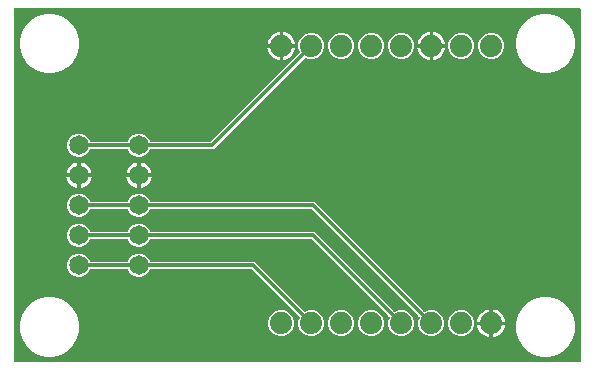
<source format=gbr>
G04 EAGLE Gerber RS-274X export*
G75*
%MOMM*%
%FSLAX34Y34*%
%LPD*%
%INTop Copper*%
%IPPOS*%
%AMOC8*
5,1,8,0,0,1.08239X$1,22.5*%
G01*
%ADD10C,1.879600*%
%ADD11C,1.650000*%
%ADD12C,0.304800*%

G36*
X489098Y10164D02*
X489098Y10164D01*
X489117Y10162D01*
X489219Y10184D01*
X489321Y10200D01*
X489338Y10210D01*
X489358Y10214D01*
X489447Y10267D01*
X489538Y10316D01*
X489552Y10330D01*
X489569Y10340D01*
X489636Y10419D01*
X489708Y10494D01*
X489716Y10512D01*
X489729Y10527D01*
X489768Y10623D01*
X489811Y10717D01*
X489813Y10737D01*
X489821Y10755D01*
X489839Y10922D01*
X489839Y309078D01*
X489836Y309098D01*
X489838Y309117D01*
X489816Y309219D01*
X489800Y309321D01*
X489790Y309338D01*
X489786Y309358D01*
X489733Y309447D01*
X489684Y309538D01*
X489670Y309552D01*
X489660Y309569D01*
X489581Y309636D01*
X489506Y309708D01*
X489488Y309716D01*
X489473Y309729D01*
X489377Y309768D01*
X489283Y309811D01*
X489263Y309813D01*
X489245Y309821D01*
X489078Y309839D01*
X10922Y309839D01*
X10902Y309836D01*
X10883Y309838D01*
X10781Y309816D01*
X10679Y309800D01*
X10662Y309790D01*
X10642Y309786D01*
X10553Y309733D01*
X10462Y309684D01*
X10448Y309670D01*
X10431Y309660D01*
X10364Y309581D01*
X10292Y309506D01*
X10284Y309488D01*
X10271Y309473D01*
X10232Y309377D01*
X10189Y309283D01*
X10187Y309263D01*
X10179Y309245D01*
X10161Y309078D01*
X10161Y10922D01*
X10164Y10902D01*
X10162Y10883D01*
X10184Y10781D01*
X10200Y10679D01*
X10210Y10662D01*
X10214Y10642D01*
X10267Y10553D01*
X10316Y10462D01*
X10330Y10448D01*
X10340Y10431D01*
X10419Y10364D01*
X10494Y10292D01*
X10512Y10284D01*
X10527Y10271D01*
X10623Y10232D01*
X10717Y10189D01*
X10737Y10187D01*
X10755Y10179D01*
X10922Y10161D01*
X489078Y10161D01*
X489098Y10164D01*
G37*
%LPC*%
G36*
X361027Y32077D02*
X361027Y32077D01*
X357013Y33740D01*
X353940Y36813D01*
X352277Y40827D01*
X352277Y45173D01*
X353383Y47841D01*
X353409Y47955D01*
X353438Y48068D01*
X353437Y48075D01*
X353439Y48081D01*
X353428Y48197D01*
X353419Y48314D01*
X353416Y48319D01*
X353416Y48326D01*
X353368Y48433D01*
X353322Y48540D01*
X353318Y48546D01*
X353316Y48550D01*
X353303Y48564D01*
X353218Y48671D01*
X262160Y139728D01*
X262086Y139781D01*
X262017Y139841D01*
X261987Y139853D01*
X261960Y139872D01*
X261873Y139899D01*
X261789Y139933D01*
X261748Y139937D01*
X261725Y139944D01*
X261693Y139943D01*
X261622Y139951D01*
X125626Y139951D01*
X125511Y139932D01*
X125395Y139915D01*
X125389Y139913D01*
X125383Y139912D01*
X125281Y139857D01*
X125176Y139804D01*
X125171Y139799D01*
X125166Y139796D01*
X125086Y139712D01*
X125003Y139628D01*
X125000Y139622D01*
X124996Y139618D01*
X124989Y139601D01*
X124923Y139481D01*
X124087Y137463D01*
X121337Y134713D01*
X117744Y133225D01*
X113856Y133225D01*
X110263Y134713D01*
X107513Y137463D01*
X106677Y139481D01*
X106616Y139581D01*
X106556Y139681D01*
X106551Y139685D01*
X106548Y139690D01*
X106458Y139765D01*
X106369Y139841D01*
X106363Y139843D01*
X106358Y139847D01*
X106250Y139889D01*
X106141Y139933D01*
X106133Y139934D01*
X106129Y139935D01*
X106110Y139936D01*
X105974Y139951D01*
X74826Y139951D01*
X74711Y139932D01*
X74595Y139915D01*
X74589Y139913D01*
X74583Y139912D01*
X74481Y139857D01*
X74376Y139804D01*
X74371Y139799D01*
X74366Y139796D01*
X74286Y139712D01*
X74203Y139628D01*
X74200Y139622D01*
X74196Y139618D01*
X74189Y139601D01*
X74123Y139481D01*
X73287Y137463D01*
X70537Y134713D01*
X66944Y133225D01*
X63056Y133225D01*
X59463Y134713D01*
X56713Y137463D01*
X55225Y141056D01*
X55225Y144944D01*
X56713Y148537D01*
X59463Y151287D01*
X63056Y152775D01*
X66944Y152775D01*
X70537Y151287D01*
X73287Y148537D01*
X74123Y146519D01*
X74184Y146419D01*
X74244Y146319D01*
X74249Y146315D01*
X74252Y146310D01*
X74342Y146235D01*
X74431Y146159D01*
X74437Y146157D01*
X74442Y146153D01*
X74550Y146111D01*
X74659Y146067D01*
X74667Y146066D01*
X74671Y146065D01*
X74690Y146064D01*
X74826Y146049D01*
X105974Y146049D01*
X106089Y146068D01*
X106205Y146085D01*
X106211Y146087D01*
X106217Y146088D01*
X106319Y146143D01*
X106424Y146196D01*
X106429Y146201D01*
X106434Y146204D01*
X106514Y146288D01*
X106597Y146372D01*
X106600Y146378D01*
X106604Y146382D01*
X106611Y146399D01*
X106677Y146519D01*
X107513Y148537D01*
X110263Y151287D01*
X113856Y152775D01*
X117744Y152775D01*
X121337Y151287D01*
X124087Y148537D01*
X124923Y146519D01*
X124984Y146419D01*
X125044Y146319D01*
X125049Y146315D01*
X125052Y146310D01*
X125142Y146235D01*
X125231Y146159D01*
X125237Y146157D01*
X125242Y146153D01*
X125350Y146111D01*
X125459Y146067D01*
X125467Y146066D01*
X125471Y146065D01*
X125490Y146064D01*
X125626Y146049D01*
X264463Y146049D01*
X357529Y52982D01*
X357623Y52915D01*
X357639Y52903D01*
X357641Y52901D01*
X357642Y52901D01*
X357718Y52844D01*
X357724Y52842D01*
X357729Y52839D01*
X357840Y52805D01*
X357952Y52768D01*
X357958Y52768D01*
X357964Y52766D01*
X358081Y52770D01*
X358198Y52771D01*
X358205Y52773D01*
X358210Y52773D01*
X358227Y52779D01*
X358359Y52817D01*
X361027Y53923D01*
X365373Y53923D01*
X369387Y52260D01*
X372460Y49187D01*
X374123Y45173D01*
X374123Y40827D01*
X372460Y36813D01*
X369387Y33740D01*
X365373Y32077D01*
X361027Y32077D01*
G37*
%LPD*%
%LPC*%
G36*
X335627Y32077D02*
X335627Y32077D01*
X331613Y33740D01*
X328540Y36813D01*
X326877Y40827D01*
X326877Y45173D01*
X327983Y47841D01*
X328009Y47955D01*
X328038Y48068D01*
X328037Y48075D01*
X328039Y48081D01*
X328028Y48197D01*
X328019Y48314D01*
X328016Y48319D01*
X328016Y48326D01*
X327968Y48433D01*
X327922Y48540D01*
X327918Y48546D01*
X327916Y48550D01*
X327903Y48564D01*
X327818Y48671D01*
X262160Y114328D01*
X262086Y114381D01*
X262017Y114441D01*
X261987Y114453D01*
X261960Y114472D01*
X261873Y114499D01*
X261789Y114533D01*
X261748Y114537D01*
X261725Y114544D01*
X261693Y114543D01*
X261622Y114551D01*
X125626Y114551D01*
X125511Y114532D01*
X125395Y114515D01*
X125389Y114513D01*
X125383Y114512D01*
X125281Y114457D01*
X125176Y114404D01*
X125171Y114399D01*
X125166Y114396D01*
X125086Y114312D01*
X125003Y114228D01*
X125000Y114222D01*
X124996Y114218D01*
X124989Y114201D01*
X124923Y114081D01*
X124087Y112063D01*
X121337Y109313D01*
X117744Y107825D01*
X113856Y107825D01*
X110263Y109313D01*
X107513Y112063D01*
X106677Y114081D01*
X106616Y114181D01*
X106556Y114281D01*
X106551Y114285D01*
X106548Y114290D01*
X106458Y114365D01*
X106369Y114441D01*
X106363Y114443D01*
X106358Y114447D01*
X106250Y114489D01*
X106141Y114533D01*
X106133Y114534D01*
X106129Y114535D01*
X106110Y114536D01*
X105974Y114551D01*
X74826Y114551D01*
X74711Y114532D01*
X74595Y114515D01*
X74589Y114513D01*
X74583Y114512D01*
X74481Y114457D01*
X74376Y114404D01*
X74371Y114399D01*
X74366Y114396D01*
X74286Y114312D01*
X74203Y114228D01*
X74200Y114222D01*
X74196Y114218D01*
X74189Y114201D01*
X74123Y114081D01*
X73287Y112063D01*
X70537Y109313D01*
X66944Y107825D01*
X63056Y107825D01*
X59463Y109313D01*
X56713Y112063D01*
X55225Y115656D01*
X55225Y119544D01*
X56713Y123137D01*
X59463Y125887D01*
X63056Y127375D01*
X66944Y127375D01*
X70537Y125887D01*
X73287Y123137D01*
X74123Y121119D01*
X74184Y121019D01*
X74244Y120919D01*
X74249Y120915D01*
X74252Y120910D01*
X74342Y120835D01*
X74431Y120759D01*
X74437Y120757D01*
X74442Y120753D01*
X74550Y120711D01*
X74659Y120667D01*
X74667Y120666D01*
X74671Y120665D01*
X74690Y120664D01*
X74826Y120649D01*
X105974Y120649D01*
X106089Y120668D01*
X106205Y120685D01*
X106211Y120687D01*
X106217Y120688D01*
X106319Y120743D01*
X106424Y120796D01*
X106429Y120801D01*
X106434Y120804D01*
X106514Y120888D01*
X106597Y120972D01*
X106600Y120978D01*
X106604Y120982D01*
X106611Y120999D01*
X106677Y121119D01*
X107513Y123137D01*
X110263Y125887D01*
X113856Y127375D01*
X117744Y127375D01*
X121337Y125887D01*
X124087Y123137D01*
X124923Y121119D01*
X124984Y121019D01*
X125044Y120919D01*
X125049Y120915D01*
X125052Y120910D01*
X125142Y120835D01*
X125231Y120759D01*
X125237Y120757D01*
X125242Y120753D01*
X125350Y120711D01*
X125459Y120667D01*
X125467Y120666D01*
X125471Y120665D01*
X125490Y120664D01*
X125626Y120649D01*
X264463Y120649D01*
X332129Y52982D01*
X332223Y52915D01*
X332239Y52903D01*
X332241Y52901D01*
X332242Y52901D01*
X332318Y52844D01*
X332324Y52842D01*
X332329Y52839D01*
X332440Y52805D01*
X332552Y52768D01*
X332558Y52768D01*
X332564Y52766D01*
X332681Y52770D01*
X332798Y52771D01*
X332805Y52773D01*
X332810Y52773D01*
X332827Y52779D01*
X332959Y52817D01*
X335627Y53923D01*
X339973Y53923D01*
X343987Y52260D01*
X347060Y49187D01*
X348723Y45173D01*
X348723Y40827D01*
X347060Y36813D01*
X343987Y33740D01*
X339973Y32077D01*
X335627Y32077D01*
G37*
%LPD*%
%LPC*%
G36*
X63056Y184025D02*
X63056Y184025D01*
X59463Y185513D01*
X56713Y188263D01*
X55225Y191856D01*
X55225Y195744D01*
X56713Y199337D01*
X59463Y202087D01*
X63056Y203575D01*
X66944Y203575D01*
X70537Y202087D01*
X73287Y199337D01*
X74123Y197319D01*
X74184Y197219D01*
X74244Y197119D01*
X74249Y197115D01*
X74252Y197110D01*
X74342Y197035D01*
X74431Y196959D01*
X74437Y196957D01*
X74442Y196953D01*
X74550Y196911D01*
X74659Y196867D01*
X74667Y196866D01*
X74671Y196865D01*
X74690Y196864D01*
X74826Y196849D01*
X105974Y196849D01*
X106089Y196868D01*
X106205Y196885D01*
X106211Y196887D01*
X106217Y196888D01*
X106319Y196943D01*
X106424Y196996D01*
X106429Y197001D01*
X106434Y197004D01*
X106514Y197088D01*
X106597Y197172D01*
X106600Y197178D01*
X106604Y197182D01*
X106611Y197199D01*
X106677Y197319D01*
X107513Y199337D01*
X110263Y202087D01*
X113856Y203575D01*
X117744Y203575D01*
X121337Y202087D01*
X124087Y199337D01*
X124923Y197319D01*
X124984Y197219D01*
X125044Y197119D01*
X125049Y197115D01*
X125052Y197110D01*
X125142Y197035D01*
X125231Y196959D01*
X125237Y196957D01*
X125242Y196953D01*
X125350Y196911D01*
X125459Y196867D01*
X125467Y196866D01*
X125471Y196865D01*
X125490Y196864D01*
X125626Y196849D01*
X176122Y196849D01*
X176212Y196863D01*
X176303Y196871D01*
X176333Y196883D01*
X176365Y196888D01*
X176445Y196931D01*
X176529Y196967D01*
X176561Y196993D01*
X176582Y197004D01*
X176604Y197027D01*
X176660Y197072D01*
X251818Y272229D01*
X251885Y272323D01*
X251956Y272418D01*
X251958Y272424D01*
X251961Y272429D01*
X251995Y272540D01*
X252032Y272652D01*
X252032Y272658D01*
X252034Y272664D01*
X252030Y272781D01*
X252029Y272898D01*
X252027Y272905D01*
X252027Y272910D01*
X252021Y272927D01*
X251983Y273059D01*
X250877Y275727D01*
X250877Y280073D01*
X252540Y284087D01*
X255613Y287160D01*
X259627Y288823D01*
X263973Y288823D01*
X267987Y287160D01*
X271060Y284087D01*
X272723Y280073D01*
X272723Y275727D01*
X271060Y271713D01*
X267987Y268640D01*
X263973Y266977D01*
X259627Y266977D01*
X256959Y268083D01*
X256845Y268109D01*
X256732Y268138D01*
X256725Y268137D01*
X256719Y268139D01*
X256603Y268128D01*
X256486Y268119D01*
X256481Y268116D01*
X256474Y268116D01*
X256367Y268068D01*
X256260Y268022D01*
X256254Y268018D01*
X256250Y268016D01*
X256236Y268003D01*
X256129Y267918D01*
X178963Y190751D01*
X125626Y190751D01*
X125511Y190732D01*
X125395Y190715D01*
X125389Y190713D01*
X125383Y190712D01*
X125281Y190657D01*
X125176Y190604D01*
X125171Y190599D01*
X125166Y190596D01*
X125086Y190512D01*
X125003Y190428D01*
X125000Y190422D01*
X124996Y190418D01*
X124989Y190401D01*
X124923Y190281D01*
X124087Y188263D01*
X121337Y185513D01*
X117744Y184025D01*
X113856Y184025D01*
X110263Y185513D01*
X107513Y188263D01*
X106677Y190281D01*
X106616Y190381D01*
X106556Y190481D01*
X106551Y190485D01*
X106548Y190490D01*
X106458Y190565D01*
X106369Y190641D01*
X106363Y190643D01*
X106358Y190647D01*
X106250Y190689D01*
X106141Y190733D01*
X106133Y190734D01*
X106129Y190735D01*
X106110Y190736D01*
X105974Y190751D01*
X74826Y190751D01*
X74711Y190732D01*
X74595Y190715D01*
X74589Y190713D01*
X74583Y190712D01*
X74481Y190657D01*
X74376Y190604D01*
X74371Y190599D01*
X74366Y190596D01*
X74286Y190512D01*
X74203Y190428D01*
X74200Y190422D01*
X74196Y190418D01*
X74189Y190401D01*
X74123Y190281D01*
X73287Y188263D01*
X70537Y185513D01*
X66944Y184025D01*
X63056Y184025D01*
G37*
%LPD*%
%LPC*%
G36*
X259427Y32077D02*
X259427Y32077D01*
X255413Y33740D01*
X252340Y36813D01*
X250677Y40827D01*
X250677Y45173D01*
X251783Y47841D01*
X251809Y47955D01*
X251838Y48068D01*
X251837Y48075D01*
X251839Y48081D01*
X251828Y48197D01*
X251819Y48314D01*
X251816Y48319D01*
X251816Y48326D01*
X251768Y48433D01*
X251722Y48540D01*
X251718Y48546D01*
X251716Y48550D01*
X251703Y48564D01*
X251618Y48671D01*
X211360Y88928D01*
X211286Y88981D01*
X211217Y89041D01*
X211187Y89053D01*
X211160Y89072D01*
X211073Y89099D01*
X210989Y89133D01*
X210948Y89137D01*
X210925Y89144D01*
X210893Y89143D01*
X210822Y89151D01*
X125626Y89151D01*
X125511Y89132D01*
X125395Y89115D01*
X125389Y89113D01*
X125383Y89112D01*
X125281Y89057D01*
X125176Y89004D01*
X125171Y88999D01*
X125166Y88996D01*
X125086Y88912D01*
X125003Y88828D01*
X125000Y88822D01*
X124996Y88818D01*
X124989Y88801D01*
X124923Y88681D01*
X124087Y86663D01*
X121337Y83913D01*
X117744Y82425D01*
X113856Y82425D01*
X110263Y83913D01*
X107513Y86663D01*
X106677Y88681D01*
X106616Y88781D01*
X106556Y88881D01*
X106551Y88885D01*
X106548Y88890D01*
X106458Y88965D01*
X106369Y89041D01*
X106363Y89043D01*
X106358Y89047D01*
X106250Y89089D01*
X106141Y89133D01*
X106133Y89134D01*
X106129Y89135D01*
X106110Y89136D01*
X105974Y89151D01*
X74826Y89151D01*
X74711Y89132D01*
X74595Y89115D01*
X74589Y89113D01*
X74583Y89112D01*
X74481Y89057D01*
X74376Y89004D01*
X74371Y88999D01*
X74366Y88996D01*
X74286Y88912D01*
X74203Y88828D01*
X74200Y88822D01*
X74196Y88818D01*
X74189Y88801D01*
X74123Y88681D01*
X73287Y86663D01*
X70537Y83913D01*
X66944Y82425D01*
X63056Y82425D01*
X59463Y83913D01*
X56713Y86663D01*
X55225Y90256D01*
X55225Y94144D01*
X56713Y97737D01*
X59463Y100487D01*
X63056Y101975D01*
X66944Y101975D01*
X70537Y100487D01*
X73287Y97737D01*
X74123Y95719D01*
X74184Y95619D01*
X74244Y95519D01*
X74249Y95515D01*
X74252Y95510D01*
X74342Y95435D01*
X74431Y95359D01*
X74437Y95357D01*
X74442Y95353D01*
X74550Y95311D01*
X74659Y95267D01*
X74667Y95266D01*
X74671Y95265D01*
X74690Y95264D01*
X74826Y95249D01*
X105974Y95249D01*
X106089Y95268D01*
X106205Y95285D01*
X106211Y95287D01*
X106217Y95288D01*
X106319Y95343D01*
X106424Y95396D01*
X106429Y95401D01*
X106434Y95404D01*
X106514Y95488D01*
X106597Y95572D01*
X106600Y95578D01*
X106604Y95582D01*
X106611Y95599D01*
X106677Y95719D01*
X107513Y97737D01*
X110263Y100487D01*
X113856Y101975D01*
X117744Y101975D01*
X121337Y100487D01*
X124087Y97737D01*
X124923Y95719D01*
X124984Y95619D01*
X125044Y95519D01*
X125049Y95515D01*
X125052Y95510D01*
X125142Y95435D01*
X125231Y95359D01*
X125237Y95357D01*
X125242Y95353D01*
X125350Y95311D01*
X125459Y95267D01*
X125467Y95266D01*
X125471Y95265D01*
X125490Y95264D01*
X125626Y95249D01*
X213663Y95249D01*
X255929Y52982D01*
X256023Y52915D01*
X256039Y52903D01*
X256041Y52901D01*
X256042Y52901D01*
X256118Y52844D01*
X256124Y52842D01*
X256129Y52839D01*
X256240Y52805D01*
X256352Y52768D01*
X256358Y52768D01*
X256364Y52766D01*
X256481Y52770D01*
X256598Y52771D01*
X256605Y52773D01*
X256610Y52773D01*
X256627Y52779D01*
X256759Y52817D01*
X259427Y53923D01*
X263773Y53923D01*
X267787Y52260D01*
X270860Y49187D01*
X272523Y45173D01*
X272523Y40827D01*
X270860Y36813D01*
X267787Y33740D01*
X263773Y32077D01*
X259427Y32077D01*
G37*
%LPD*%
%LPC*%
G36*
X456688Y254839D02*
X456688Y254839D01*
X450288Y256554D01*
X444551Y259866D01*
X439866Y264551D01*
X436554Y270288D01*
X434839Y276688D01*
X434839Y283312D01*
X436554Y289712D01*
X439866Y295449D01*
X444551Y300134D01*
X450288Y303446D01*
X456688Y305161D01*
X463312Y305161D01*
X469712Y303446D01*
X475449Y300134D01*
X480134Y295449D01*
X483446Y289712D01*
X485161Y283312D01*
X485161Y276688D01*
X483446Y270288D01*
X480134Y264551D01*
X475449Y259866D01*
X469712Y256554D01*
X463312Y254839D01*
X456688Y254839D01*
G37*
%LPD*%
%LPC*%
G36*
X36688Y254839D02*
X36688Y254839D01*
X30288Y256554D01*
X24551Y259866D01*
X19866Y264551D01*
X16554Y270288D01*
X14839Y276688D01*
X14839Y283312D01*
X16554Y289712D01*
X19866Y295449D01*
X24551Y300134D01*
X30288Y303446D01*
X36688Y305161D01*
X43312Y305161D01*
X49712Y303446D01*
X55449Y300134D01*
X60134Y295449D01*
X63446Y289712D01*
X65161Y283312D01*
X65161Y276688D01*
X63446Y270288D01*
X60134Y264551D01*
X55449Y259866D01*
X49712Y256554D01*
X43312Y254839D01*
X36688Y254839D01*
G37*
%LPD*%
%LPC*%
G36*
X36688Y14839D02*
X36688Y14839D01*
X30288Y16554D01*
X24551Y19866D01*
X19866Y24551D01*
X16554Y30288D01*
X14839Y36688D01*
X14839Y43312D01*
X16554Y49712D01*
X19866Y55449D01*
X24551Y60134D01*
X30288Y63446D01*
X36688Y65161D01*
X43312Y65161D01*
X49712Y63446D01*
X55449Y60134D01*
X60134Y55449D01*
X63446Y49712D01*
X65161Y43312D01*
X65161Y36688D01*
X63446Y30288D01*
X60134Y24551D01*
X55449Y19866D01*
X49712Y16554D01*
X43312Y14839D01*
X36688Y14839D01*
G37*
%LPD*%
%LPC*%
G36*
X456688Y14839D02*
X456688Y14839D01*
X450288Y16554D01*
X444551Y19866D01*
X439866Y24551D01*
X436554Y30288D01*
X434839Y36688D01*
X434839Y43312D01*
X436554Y49712D01*
X439866Y55449D01*
X444551Y60134D01*
X450288Y63446D01*
X456688Y65161D01*
X463312Y65161D01*
X469712Y63446D01*
X475449Y60134D01*
X480134Y55449D01*
X483446Y49712D01*
X485161Y43312D01*
X485161Y36688D01*
X483446Y30288D01*
X480134Y24551D01*
X475449Y19866D01*
X469712Y16554D01*
X463312Y14839D01*
X456688Y14839D01*
G37*
%LPD*%
%LPC*%
G36*
X386427Y32077D02*
X386427Y32077D01*
X382413Y33740D01*
X379340Y36813D01*
X377677Y40827D01*
X377677Y45173D01*
X379340Y49187D01*
X382413Y52260D01*
X386427Y53923D01*
X390773Y53923D01*
X394787Y52260D01*
X397860Y49187D01*
X399523Y45173D01*
X399523Y40827D01*
X397860Y36813D01*
X394787Y33740D01*
X390773Y32077D01*
X386427Y32077D01*
G37*
%LPD*%
%LPC*%
G36*
X284827Y32077D02*
X284827Y32077D01*
X280813Y33740D01*
X277740Y36813D01*
X276077Y40827D01*
X276077Y45173D01*
X277740Y49187D01*
X280813Y52260D01*
X284827Y53923D01*
X289173Y53923D01*
X293187Y52260D01*
X296260Y49187D01*
X297923Y45173D01*
X297923Y40827D01*
X296260Y36813D01*
X293187Y33740D01*
X289173Y32077D01*
X284827Y32077D01*
G37*
%LPD*%
%LPC*%
G36*
X335827Y266977D02*
X335827Y266977D01*
X331813Y268640D01*
X328740Y271713D01*
X327077Y275727D01*
X327077Y280073D01*
X328740Y284087D01*
X331813Y287160D01*
X335827Y288823D01*
X340173Y288823D01*
X344187Y287160D01*
X347260Y284087D01*
X348923Y280073D01*
X348923Y275727D01*
X347260Y271713D01*
X344187Y268640D01*
X340173Y266977D01*
X335827Y266977D01*
G37*
%LPD*%
%LPC*%
G36*
X234027Y32077D02*
X234027Y32077D01*
X230013Y33740D01*
X226940Y36813D01*
X225277Y40827D01*
X225277Y45173D01*
X226940Y49187D01*
X230013Y52260D01*
X234027Y53923D01*
X238373Y53923D01*
X242387Y52260D01*
X245460Y49187D01*
X247123Y45173D01*
X247123Y40827D01*
X245460Y36813D01*
X242387Y33740D01*
X238373Y32077D01*
X234027Y32077D01*
G37*
%LPD*%
%LPC*%
G36*
X386627Y266977D02*
X386627Y266977D01*
X382613Y268640D01*
X379540Y271713D01*
X377877Y275727D01*
X377877Y280073D01*
X379540Y284087D01*
X382613Y287160D01*
X386627Y288823D01*
X390973Y288823D01*
X394987Y287160D01*
X398060Y284087D01*
X399723Y280073D01*
X399723Y275727D01*
X398060Y271713D01*
X394987Y268640D01*
X390973Y266977D01*
X386627Y266977D01*
G37*
%LPD*%
%LPC*%
G36*
X412027Y266977D02*
X412027Y266977D01*
X408013Y268640D01*
X404940Y271713D01*
X403277Y275727D01*
X403277Y280073D01*
X404940Y284087D01*
X408013Y287160D01*
X412027Y288823D01*
X416373Y288823D01*
X420387Y287160D01*
X423460Y284087D01*
X425123Y280073D01*
X425123Y275727D01*
X423460Y271713D01*
X420387Y268640D01*
X416373Y266977D01*
X412027Y266977D01*
G37*
%LPD*%
%LPC*%
G36*
X310227Y32077D02*
X310227Y32077D01*
X306213Y33740D01*
X303140Y36813D01*
X301477Y40827D01*
X301477Y45173D01*
X303140Y49187D01*
X306213Y52260D01*
X310227Y53923D01*
X314573Y53923D01*
X318587Y52260D01*
X321660Y49187D01*
X323323Y45173D01*
X323323Y40827D01*
X321660Y36813D01*
X318587Y33740D01*
X314573Y32077D01*
X310227Y32077D01*
G37*
%LPD*%
%LPC*%
G36*
X310427Y266977D02*
X310427Y266977D01*
X306413Y268640D01*
X303340Y271713D01*
X301677Y275727D01*
X301677Y280073D01*
X303340Y284087D01*
X306413Y287160D01*
X310427Y288823D01*
X314773Y288823D01*
X318787Y287160D01*
X321860Y284087D01*
X323523Y280073D01*
X323523Y275727D01*
X321860Y271713D01*
X318787Y268640D01*
X314773Y266977D01*
X310427Y266977D01*
G37*
%LPD*%
%LPC*%
G36*
X285027Y266977D02*
X285027Y266977D01*
X281013Y268640D01*
X277940Y271713D01*
X276277Y275727D01*
X276277Y280073D01*
X277940Y284087D01*
X281013Y287160D01*
X285027Y288823D01*
X289373Y288823D01*
X293387Y287160D01*
X296460Y284087D01*
X298123Y280073D01*
X298123Y275727D01*
X296460Y271713D01*
X293387Y268640D01*
X289373Y266977D01*
X285027Y266977D01*
G37*
%LPD*%
%LPC*%
G36*
X364923Y279423D02*
X364923Y279423D01*
X364923Y289746D01*
X366196Y289545D01*
X367983Y288964D01*
X369657Y288111D01*
X371178Y287006D01*
X372506Y285678D01*
X373611Y284157D01*
X374464Y282483D01*
X375045Y280696D01*
X375246Y279423D01*
X364923Y279423D01*
G37*
%LPD*%
%LPC*%
G36*
X237923Y279423D02*
X237923Y279423D01*
X237923Y289746D01*
X239196Y289545D01*
X240983Y288964D01*
X242657Y288111D01*
X244178Y287006D01*
X245506Y285678D01*
X246611Y284157D01*
X247464Y282483D01*
X248045Y280696D01*
X248246Y279423D01*
X237923Y279423D01*
G37*
%LPD*%
%LPC*%
G36*
X415523Y44523D02*
X415523Y44523D01*
X415523Y54846D01*
X416796Y54645D01*
X418583Y54064D01*
X420257Y53211D01*
X421778Y52106D01*
X423106Y50778D01*
X424211Y49257D01*
X425064Y47583D01*
X425645Y45796D01*
X425846Y44523D01*
X415523Y44523D01*
G37*
%LPD*%
%LPC*%
G36*
X351554Y279423D02*
X351554Y279423D01*
X351755Y280696D01*
X352336Y282483D01*
X353189Y284157D01*
X354294Y285678D01*
X355622Y287006D01*
X357143Y288111D01*
X358817Y288964D01*
X360604Y289545D01*
X361877Y289746D01*
X361877Y279423D01*
X351554Y279423D01*
G37*
%LPD*%
%LPC*%
G36*
X224554Y279423D02*
X224554Y279423D01*
X224755Y280696D01*
X225336Y282483D01*
X226189Y284157D01*
X227294Y285678D01*
X228622Y287006D01*
X230143Y288111D01*
X231817Y288964D01*
X233604Y289545D01*
X234877Y289746D01*
X234877Y279423D01*
X224554Y279423D01*
G37*
%LPD*%
%LPC*%
G36*
X364923Y276377D02*
X364923Y276377D01*
X375246Y276377D01*
X375045Y275104D01*
X374464Y273317D01*
X373611Y271643D01*
X372506Y270122D01*
X371178Y268794D01*
X369657Y267689D01*
X367983Y266836D01*
X366196Y266255D01*
X364923Y266054D01*
X364923Y276377D01*
G37*
%LPD*%
%LPC*%
G36*
X237923Y276377D02*
X237923Y276377D01*
X248246Y276377D01*
X248045Y275104D01*
X247464Y273317D01*
X246611Y271643D01*
X245506Y270122D01*
X244178Y268794D01*
X242657Y267689D01*
X240983Y266836D01*
X239196Y266255D01*
X237923Y266054D01*
X237923Y276377D01*
G37*
%LPD*%
%LPC*%
G36*
X402154Y44523D02*
X402154Y44523D01*
X402355Y45796D01*
X402936Y47583D01*
X403789Y49257D01*
X404894Y50778D01*
X406222Y52106D01*
X407743Y53211D01*
X409417Y54064D01*
X411204Y54645D01*
X412477Y54846D01*
X412477Y44523D01*
X402154Y44523D01*
G37*
%LPD*%
%LPC*%
G36*
X415523Y41477D02*
X415523Y41477D01*
X425846Y41477D01*
X425645Y40204D01*
X425064Y38417D01*
X424211Y36743D01*
X423106Y35222D01*
X421778Y33894D01*
X420257Y32789D01*
X418583Y31936D01*
X416796Y31355D01*
X415523Y31154D01*
X415523Y41477D01*
G37*
%LPD*%
%LPC*%
G36*
X233604Y266255D02*
X233604Y266255D01*
X231817Y266836D01*
X230143Y267689D01*
X228622Y268794D01*
X227294Y270122D01*
X226189Y271643D01*
X225336Y273317D01*
X224755Y275104D01*
X224554Y276377D01*
X234877Y276377D01*
X234877Y266054D01*
X233604Y266255D01*
G37*
%LPD*%
%LPC*%
G36*
X360604Y266255D02*
X360604Y266255D01*
X358817Y266836D01*
X357143Y267689D01*
X355622Y268794D01*
X354294Y270122D01*
X353189Y271643D01*
X352336Y273317D01*
X351755Y275104D01*
X351554Y276377D01*
X361877Y276377D01*
X361877Y266054D01*
X360604Y266255D01*
G37*
%LPD*%
%LPC*%
G36*
X411204Y31355D02*
X411204Y31355D01*
X409417Y31936D01*
X407743Y32789D01*
X406222Y33894D01*
X404894Y35222D01*
X403789Y36743D01*
X402936Y38417D01*
X402355Y40204D01*
X402154Y41477D01*
X412477Y41477D01*
X412477Y31154D01*
X411204Y31355D01*
G37*
%LPD*%
%LPC*%
G36*
X117323Y169923D02*
X117323Y169923D01*
X117323Y179084D01*
X118327Y178925D01*
X119942Y178400D01*
X121455Y177629D01*
X122830Y176631D01*
X124031Y175430D01*
X125029Y174055D01*
X125800Y172542D01*
X126325Y170927D01*
X126484Y169923D01*
X117323Y169923D01*
G37*
%LPD*%
%LPC*%
G36*
X66523Y169923D02*
X66523Y169923D01*
X66523Y179084D01*
X67527Y178925D01*
X69142Y178400D01*
X70655Y177629D01*
X72030Y176631D01*
X73231Y175430D01*
X74229Y174055D01*
X75000Y172542D01*
X75525Y170927D01*
X75684Y169923D01*
X66523Y169923D01*
G37*
%LPD*%
%LPC*%
G36*
X66523Y166877D02*
X66523Y166877D01*
X75684Y166877D01*
X75525Y165873D01*
X75000Y164258D01*
X74229Y162745D01*
X73231Y161370D01*
X72030Y160169D01*
X70655Y159171D01*
X69142Y158400D01*
X67527Y157875D01*
X66523Y157716D01*
X66523Y166877D01*
G37*
%LPD*%
%LPC*%
G36*
X117323Y166877D02*
X117323Y166877D01*
X126484Y166877D01*
X126325Y165873D01*
X125800Y164258D01*
X125029Y162745D01*
X124031Y161370D01*
X122830Y160169D01*
X121455Y159171D01*
X119942Y158400D01*
X118327Y157875D01*
X117323Y157716D01*
X117323Y166877D01*
G37*
%LPD*%
%LPC*%
G36*
X105116Y169923D02*
X105116Y169923D01*
X105275Y170927D01*
X105800Y172542D01*
X106571Y174055D01*
X107569Y175430D01*
X108770Y176631D01*
X110145Y177629D01*
X111658Y178400D01*
X113273Y178925D01*
X114277Y179084D01*
X114277Y169923D01*
X105116Y169923D01*
G37*
%LPD*%
%LPC*%
G36*
X54316Y169923D02*
X54316Y169923D01*
X54475Y170927D01*
X55000Y172542D01*
X55771Y174055D01*
X56769Y175430D01*
X57970Y176631D01*
X59345Y177629D01*
X60858Y178400D01*
X62473Y178925D01*
X63477Y179084D01*
X63477Y169923D01*
X54316Y169923D01*
G37*
%LPD*%
%LPC*%
G36*
X62473Y157875D02*
X62473Y157875D01*
X60858Y158400D01*
X59345Y159171D01*
X57970Y160169D01*
X56769Y161370D01*
X55771Y162745D01*
X55000Y164258D01*
X54475Y165873D01*
X54316Y166877D01*
X63477Y166877D01*
X63477Y157716D01*
X62473Y157875D01*
G37*
%LPD*%
%LPC*%
G36*
X113273Y157875D02*
X113273Y157875D01*
X111658Y158400D01*
X110145Y159171D01*
X108770Y160169D01*
X107569Y161370D01*
X106571Y162745D01*
X105800Y164258D01*
X105275Y165873D01*
X105116Y166877D01*
X114277Y166877D01*
X114277Y157716D01*
X113273Y157875D01*
G37*
%LPD*%
%LPC*%
G36*
X363399Y277899D02*
X363399Y277899D01*
X363399Y277901D01*
X363401Y277901D01*
X363401Y277899D01*
X363399Y277899D01*
G37*
%LPD*%
%LPC*%
G36*
X236399Y277899D02*
X236399Y277899D01*
X236399Y277901D01*
X236401Y277901D01*
X236401Y277899D01*
X236399Y277899D01*
G37*
%LPD*%
%LPC*%
G36*
X115799Y168399D02*
X115799Y168399D01*
X115799Y168401D01*
X115801Y168401D01*
X115801Y168399D01*
X115799Y168399D01*
G37*
%LPD*%
%LPC*%
G36*
X64999Y168399D02*
X64999Y168399D01*
X64999Y168401D01*
X65001Y168401D01*
X65001Y168399D01*
X64999Y168399D01*
G37*
%LPD*%
%LPC*%
G36*
X413999Y42999D02*
X413999Y42999D01*
X413999Y43001D01*
X414001Y43001D01*
X414001Y42999D01*
X413999Y42999D01*
G37*
%LPD*%
D10*
X236400Y277900D03*
X261800Y277900D03*
X287200Y277900D03*
X312600Y277900D03*
X338000Y277900D03*
X363400Y277900D03*
X388800Y277900D03*
X414200Y277900D03*
X236200Y43000D03*
X261600Y43000D03*
X287000Y43000D03*
X312400Y43000D03*
X337800Y43000D03*
X363200Y43000D03*
X388600Y43000D03*
X414000Y43000D03*
D11*
X65000Y193800D03*
X115800Y193800D03*
X65000Y168400D03*
X115800Y168400D03*
X65000Y143000D03*
X115800Y143000D03*
X65000Y117600D03*
X115800Y117600D03*
X65000Y92200D03*
X115800Y92200D03*
D12*
X212400Y92200D01*
X261600Y43000D01*
X115800Y92200D02*
X65000Y92200D01*
X115800Y143000D02*
X263200Y143000D01*
X363200Y43000D01*
X115800Y143000D02*
X65000Y143000D01*
X115800Y117600D02*
X263200Y117600D01*
X337800Y43000D01*
X115800Y117600D02*
X65000Y117600D01*
X115800Y193800D02*
X177700Y193800D01*
X261800Y277900D01*
X115800Y193800D02*
X65000Y193800D01*
M02*

</source>
